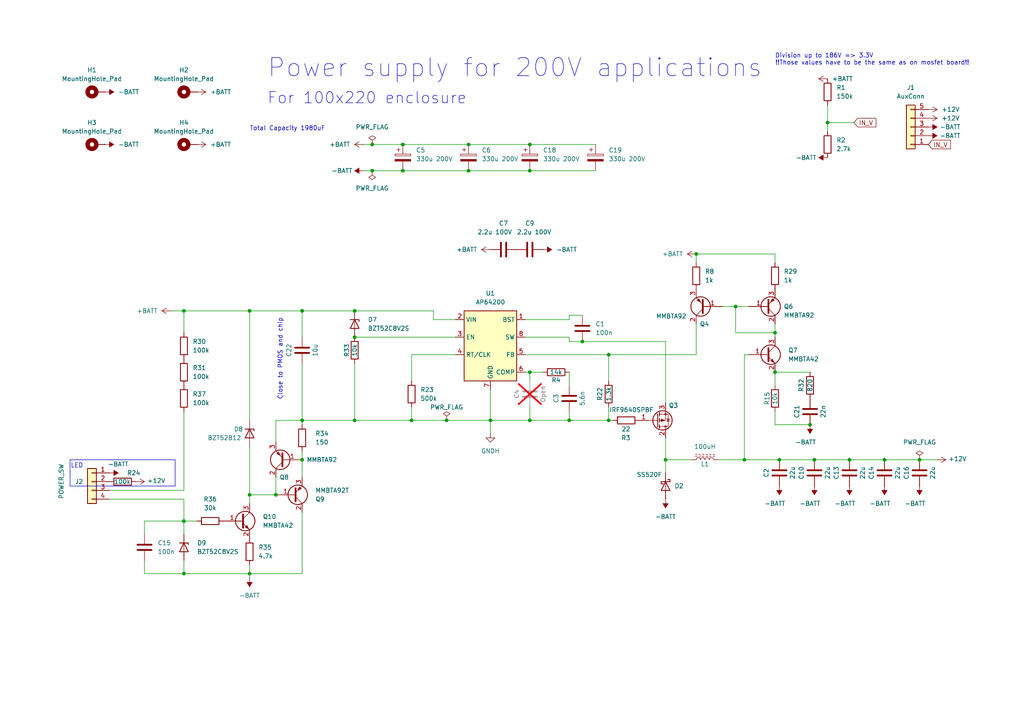
<source format=kicad_sch>
(kicad_sch (version 20231120) (generator "eeschema") (generator_version "8.0")
  (paper "A4")
  (lib_symbols
    (symbol "Connector_Generic:Conn_01x04" (pin_names (offset 1.016) hide)
      (property "Reference" "J" (at 0 5.08 0))
      (property "Value" "Conn_01x04" (at 0 -7.62 0))
      (symbol "Conn_01x04_1_1"
        (rectangle (start -1.27 -4.953) (end 0 -5.207) (stroke (width 0.1524)))
        (rectangle (start -1.27 -2.413) (end 0 -2.667) (stroke (width 0.1524)))
        (rectangle (start -1.27 0.127) (end 0 -0.127) (stroke (width 0.1524)))
        (rectangle (start -1.27 2.667) (end 0 2.413) (stroke (width 0.1524)))
        (rectangle (start -1.27 3.81) (end 1.27 -6.35) (stroke (width 0.254)) (fill (type background)))
        (pin passive line (at -5.08 2.54 0) (length 3.81) (name "Pin_1") (number "1"))
        (pin passive line (at -5.08 0 0) (length 3.81) (name "Pin_2") (number "2"))
        (pin passive line (at -5.08 -2.54 0) (length 3.81) (name "Pin_3") (number "3"))
        (pin passive line (at -5.08 -5.08 0) (length 3.81) (name "Pin_4") (number "4"))
      )
    )
    (symbol "Connector_Generic:Conn_01x05" (pin_names (offset 1.016) hide)
      (property "Reference" "J" (at 0 7.62 0))
      (property "Value" "Conn_01x05" (at 0 -7.62 0))
      (symbol "Conn_01x05_1_1"
        (rectangle (start -1.27 -4.953) (end 0 -5.207) (stroke (width 0.1524)))
        (rectangle (start -1.27 -2.413) (end 0 -2.667) (stroke (width 0.1524)))
        (rectangle (start -1.27 0.127) (end 0 -0.127) (stroke (width 0.1524)))
        (rectangle (start -1.27 2.667) (end 0 2.413) (stroke (width 0.1524)))
        (rectangle (start -1.27 5.207) (end 0 4.953) (stroke (width 0.1524)))
        (rectangle (start -1.27 6.35) (end 1.27 -6.35) (stroke (width 0.254)) (fill (type background)))
        (pin passive line (at -5.08 5.08 0) (length 3.81) (name "Pin_1") (number "1"))
        (pin passive line (at -5.08 2.54 0) (length 3.81) (name "Pin_2") (number "2"))
        (pin passive line (at -5.08 0 0) (length 3.81) (name "Pin_3") (number "3"))
        (pin passive line (at -5.08 -2.54 0) (length 3.81) (name "Pin_4") (number "4"))
        (pin passive line (at -5.08 -5.08 0) (length 3.81) (name "Pin_5") (number "5"))
      )
    )
    (symbol "Device:C" (pin_numbers hide) (pin_names (offset 0.254))
      (property "Reference" "C" (at 0.635 2.54 0))
      (property "Value" "C" (at 0.635 -2.54 0))
      (symbol "C_0_1"
        (polyline (pts (xy -2.032 -0.762) (xy 2.032 -0.762)) (stroke (width 0.508)))
        (polyline (pts (xy -2.032 0.762) (xy 2.032 0.762)) (stroke (width 0.508)))
      )
      (symbol "C_1_1"
        (pin passive line (at 0 3.81 270) (length 2.794) (name "~") (number "1"))
        (pin passive line (at 0 -3.81 90) (length 2.794) (name "~") (number "2"))
      )
    )
    (symbol "Device:C_Polarized" (pin_numbers hide) (pin_names (offset 0.254))
      (property "Reference" "C" (at 0.635 2.54 0))
      (property "Value" "C_Polarized" (at 0.635 -2.54 0))
      (symbol "C_Polarized_0_1"
        (rectangle (start -2.286 0.508) (end 2.286 1.016))
        (polyline (pts (xy -1.778 2.286) (xy -0.762 2.286)))
        (polyline (pts (xy -1.27 2.794) (xy -1.27 1.778)))
        (rectangle (start 2.286 -0.508) (end -2.286 -1.016) (fill (type outline)))
      )
      (symbol "C_Polarized_1_1"
        (pin passive line (at 0 3.81 270) (length 2.794) (name "~") (number "1"))
        (pin passive line (at 0 -3.81 90) (length 2.794) (name "~") (number "2"))
      )
    )
    (symbol "Device:D_Schottky" (pin_numbers hide) (pin_names (offset 1.016) hide)
      (property "Reference" "D" (at 0 2.54 0))
      (property "Value" "D_Schottky" (at 0 -2.54 0))
      (symbol "D_Schottky_0_1"
        (polyline (pts (xy 1.27 0) (xy -1.27 0)))
        (polyline (pts (xy 1.27 1.27) (xy 1.27 -1.27) (xy -1.27 0) (xy 1.27 1.27)) (stroke (width 0.254)))
        (polyline (pts (xy -1.905 0.635) (xy -1.905 1.27) (xy -1.27 1.27) (xy -1.27 -1.27) (xy -0.635 -1.27) (xy -0.635 -0.635)) (stroke (width 0.254)))
      )
      (symbol "D_Schottky_1_1"
        (pin passive line (at -3.81 0 0) (length 2.54) (name "K") (number "1"))
        (pin passive line (at 3.81 0 180) (length 2.54) (name "A") (number "2"))
      )
    )
    (symbol "Device:D_Zener" (pin_numbers hide) (pin_names (offset 1.016) hide)
      (property "Reference" "D" (at 0 2.54 0))
      (property "Value" "D_Zener" (at 0 -2.54 0))
      (symbol "D_Zener_0_1"
        (polyline (pts (xy 1.27 0) (xy -1.27 0)))
        (polyline (pts (xy -1.27 -1.27) (xy -1.27 1.27) (xy -0.762 1.27)) (stroke (width 0.254)))
        (polyline (pts (xy 1.27 -1.27) (xy 1.27 1.27) (xy -1.27 0) (xy 1.27 -1.27)) (stroke (width 0.254)))
      )
      (symbol "D_Zener_1_1"
        (pin passive line (at -3.81 0 0) (length 2.54) (name "K") (number "1"))
        (pin passive line (at 3.81 0 180) (length 2.54) (name "A") (number "2"))
      )
    )
    (symbol "Device:L_Ferrite" (pin_numbers hide) (pin_names (offset 1.016) hide)
      (property "Reference" "L" (at -1.27 0 90))
      (property "Value" "L_Ferrite" (at 2.794 0 90))
      (symbol "L_Ferrite_0_1"
        (arc (start 0 -2.54) (mid 0.6323 -1.905) (end 0 -1.27))
        (arc (start 0 -1.27) (mid 0.6323 -0.635) (end 0 0))
        (polyline (pts (xy 1.016 -2.794) (xy 1.016 -2.286)))
        (polyline (pts (xy 1.016 -1.778) (xy 1.016 -1.27)))
        (polyline (pts (xy 1.016 -0.762) (xy 1.016 -0.254)))
        (polyline (pts (xy 1.016 0.254) (xy 1.016 0.762)))
        (polyline (pts (xy 1.016 1.27) (xy 1.016 1.778)))
        (polyline (pts (xy 1.016 2.286) (xy 1.016 2.794)))
        (polyline (pts (xy 1.524 -2.286) (xy 1.524 -2.794)))
        (polyline (pts (xy 1.524 -1.27) (xy 1.524 -1.778)))
        (polyline (pts (xy 1.524 -0.254) (xy 1.524 -0.762)))
        (polyline (pts (xy 1.524 0.762) (xy 1.524 0.254)))
        (polyline (pts (xy 1.524 1.778) (xy 1.524 1.27)))
        (polyline (pts (xy 1.524 2.794) (xy 1.524 2.286)))
        (arc (start 0 0) (mid 0.6323 0.635) (end 0 1.27))
        (arc (start 0 1.27) (mid 0.6323 1.905) (end 0 2.54))
      )
      (symbol "L_Ferrite_1_1"
        (pin passive line (at 0 3.81 270) (length 1.27) (name "1") (number "1"))
        (pin passive line (at 0 -3.81 90) (length 1.27) (name "2") (number "2"))
      )
    )
    (symbol "Device:Q_PNP_BCE" (pin_names (offset 0) hide)
      (property "Reference" "Q" (at 5.08 1.27 0))
      (property "Value" "Q_PNP_BCE" (at 5.08 -1.27 0))
      (symbol "Q_PNP_BCE_0_1"
        (polyline (pts (xy 0.635 0.635) (xy 2.54 2.54)))
        (polyline (pts (xy 0.635 -0.635) (xy 2.54 -2.54) (xy 2.54 -2.54)))
        (polyline (pts (xy 0.635 1.905) (xy 0.635 -1.905) (xy 0.635 -1.905)) (stroke (width 0.508)))
        (polyline (pts (xy 2.286 -1.778) (xy 1.778 -2.286) (xy 1.27 -1.27) (xy 2.286 -1.778) (xy 2.286 -1.778)) (fill (type outline)))
        (circle (center 1.27 0) (radius 2.8194) (stroke (width 0.254)))
      )
      (symbol "Q_PNP_BCE_1_1"
        (pin input line (at -5.08 0 0) (length 5.715) (name "B") (number "1"))
        (pin passive line (at 2.54 5.08 270) (length 2.54) (name "C") (number "2"))
        (pin passive line (at 2.54 -5.08 90) (length 2.54) (name "E") (number "3"))
      )
    )
    (symbol "Device:R" (pin_numbers hide) (pin_names (offset 0))
      (property "Reference" "R" (at 2.032 0 90))
      (property "Value" "R" (at 0 0 90))
      (symbol "R_0_1"
        (rectangle (start -1.016 -2.54) (end 1.016 2.54) (stroke (width 0.254)))
      )
      (symbol "R_1_1"
        (pin passive line (at 0 3.81 270) (length 1.27) (name "~") (number "1"))
        (pin passive line (at 0 -3.81 90) (length 1.27) (name "~") (number "2"))
      )
    )
    (symbol "Diode:BZT52Bxx" (pin_numbers hide) (pin_names hide)
      (property "Reference" "D" (at 0 2.54 0))
      (property "Value" "BZT52Bxx" (at 0 -2.54 0))
      (symbol "BZT52Bxx_0_1"
        (polyline (pts (xy 1.27 0) (xy -1.27 0)))
        (polyline (pts (xy -1.27 -1.27) (xy -1.27 1.27) (xy -0.762 1.27)) (stroke (width 0.254)))
        (polyline (pts (xy 1.27 -1.27) (xy 1.27 1.27) (xy -1.27 0) (xy 1.27 -1.27)) (stroke (width 0.254)))
      )
      (symbol "BZT52Bxx_1_1"
        (pin passive line (at -3.81 0 0) (length 2.54) (name "K") (number "1"))
        (pin passive line (at 3.81 0 180) (length 2.54) (name "A") (number "2"))
      )
    )
    (symbol "GigaESCSymbols:AP64200"
      (property "Reference" "U" (at -7.62 12.7 0))
      (property "Value" "AP64200" (at 7.62 12.7 0))
      (symbol "AP64200_0_1"
        (rectangle (start -7.62 10.16) (end 7.62 -10.16) (stroke (width 0.254)) (fill (type background)))
      )
      (symbol "AP64200_1_1"
        (pin bidirectional line (at 10.16 7.62 180) (length 2.54) (name "BST") (number "1"))
        (pin bidirectional line (at -10.16 7.62 0) (length 2.54) (name "VIN") (number "2"))
        (pin bidirectional line (at -10.16 2.54 0) (length 2.54) (name "EN") (number "3"))
        (pin bidirectional line (at -10.16 -2.54 0) (length 2.54) (name "RT/CLK") (number "4"))
        (pin bidirectional line (at 10.16 -2.54 180) (length 2.54) (name "FB") (number "5"))
        (pin bidirectional line (at 10.16 -7.62 180) (length 2.54) (name "COMP") (number "6"))
        (pin bidirectional line (at 0 -12.7 90) (length 2.54) (name "GND") (number "7"))
        (pin bidirectional line (at 10.16 2.54 180) (length 2.54) (name "SW") (number "8"))
        (pin bidirectional line (at 0 -12.7 90) (length 2.54) hide (name "PAD") (number "9"))
      )
    )
    (symbol "Mechanical:MountingHole_Pad" (pin_numbers hide) (pin_names (offset 1.016) hide)
      (property "Reference" "H" (at 0 6.35 0))
      (property "Value" "MountingHole_Pad" (at 0 4.445 0))
      (symbol "MountingHole_Pad_0_1"
        (circle (center 0 1.27) (radius 1.27) (stroke (width 1.27)))
      )
      (symbol "MountingHole_Pad_1_1"
        (pin input line (at 0 -2.54 90) (length 2.54) (name "1") (number "1"))
      )
    )
    (symbol "Transistor_BJT:MMBTA42" (pin_names (offset 0) hide)
      (property "Reference" "Q" (at 5.08 1.905 0))
      (property "Value" "MMBTA42" (at 5.08 0 0))
      (symbol "MMBTA42_0_1"
        (polyline (pts (xy 0 0) (xy 0.635 0)))
        (polyline (pts (xy 0.635 0.635) (xy 2.54 2.54)))
        (polyline (pts (xy 0.635 -0.635) (xy 2.54 -2.54) (xy 2.54 -2.54)))
        (polyline (pts (xy 0.635 1.905) (xy 0.635 -1.905) (xy 0.635 -1.905)) (stroke (width 0.508)))
        (polyline (pts (xy 1.27 -1.778) (xy 1.778 -1.27) (xy 2.286 -2.286) (xy 1.27 -1.778) (xy 1.27 -1.778)) (fill (type outline)))
        (circle (center 1.27 0) (radius 2.8194) (stroke (width 0.254)))
      )
      (symbol "MMBTA42_1_1"
        (pin input line (at -5.08 0 0) (length 5.08) (name "B") (number "1"))
        (pin passive line (at 2.54 -5.08 90) (length 2.54) (name "E") (number "2"))
        (pin passive line (at 2.54 5.08 270) (length 2.54) (name "C") (number "3"))
      )
    )
    (symbol "Transistor_FET:SUD50P10-43L" (pin_names hide)
      (property "Reference" "Q" (at 4.953 1.905 0))
      (property "Value" "SUD50P10-43L" (at 4.953 0 0))
      (symbol "SUD50P10-43L_0_1"
        (polyline (pts (xy 0.254 0) (xy -2.54 0)))
        (polyline (pts (xy 0.254 1.905) (xy 0.254 -1.905)) (stroke (width 0.254)))
        (polyline (pts (xy 0.762 -1.27) (xy 0.762 -2.286)) (stroke (width 0.254)))
        (polyline (pts (xy 0.762 0.508) (xy 0.762 -0.508)) (stroke (width 0.254)))
        (polyline (pts (xy 0.762 2.286) (xy 0.762 1.27)) (stroke (width 0.254)))
        (polyline (pts (xy 2.54 2.54) (xy 2.54 1.778)))
        (polyline (pts (xy 2.54 -2.54) (xy 2.54 0) (xy 0.762 0)))
        (polyline (pts (xy 0.762 1.778) (xy 3.302 1.778) (xy 3.302 -1.778) (xy 0.762 -1.778)))
        (polyline (pts (xy 2.286 0) (xy 1.27 0.381) (xy 1.27 -0.381) (xy 2.286 0)) (fill (type outline)))
        (polyline (pts (xy 2.794 -0.508) (xy 2.921 -0.381) (xy 3.683 -0.381) (xy 3.81 -0.254)))
        (polyline (pts (xy 3.302 -0.381) (xy 2.921 0.254) (xy 3.683 0.254) (xy 3.302 -0.381)))
        (circle (center 1.651 0) (radius 2.794) (stroke (width 0.254)))
        (circle (center 2.54 -1.778) (radius 0.254) (fill (type outline)))
        (circle (center 2.54 1.778) (radius 0.254) (fill (type outline)))
      )
      (symbol "SUD50P10-43L_1_1"
        (pin input line (at -5.08 0 0) (length 2.54) (name "G") (number "1"))
        (pin passive line (at 2.54 5.08 270) (length 2.54) (name "D") (number "2"))
        (pin passive line (at 2.54 -5.08 90) (length 2.54) (name "S") (number "3"))
      )
    )
    (symbol "power:+12V" (power) (pin_numbers hide) (pin_names (offset 0) hide)
      (property "Value" "+12V" (at 0 3.556 0))
      (symbol "+12V_0_1"
        (polyline (pts (xy -0.762 1.27) (xy 0 2.54)))
        (polyline (pts (xy 0 0) (xy 0 2.54)))
        (polyline (pts (xy 0 2.54) (xy 0.762 1.27)))
      )
      (symbol "+12V_1_1"
        (pin power_in line (at 0 0 90) (length 0) (name "~") (number "1"))
      )
    )
    (symbol "power:+BATT" (power) (pin_numbers hide) (pin_names (offset 0) hide)
      (property "Value" "+BATT" (at 0 3.556 0))
      (symbol "+BATT_0_1"
        (polyline (pts (xy -0.762 1.27) (xy 0 2.54)))
        (polyline (pts (xy 0 0) (xy 0 2.54)))
        (polyline (pts (xy 0 2.54) (xy 0.762 1.27)))
      )
      (symbol "+BATT_1_1"
        (pin power_in line (at 0 0 90) (length 0) (name "~") (number "1"))
      )
    )
    (symbol "power:-BATT" (power) (pin_numbers hide) (pin_names (offset 0) hide)
      (property "Value" "-BATT" (at 0 3.556 0))
      (symbol "-BATT_0_1"
        (polyline (pts (xy 0 0) (xy 0 2.54)))
        (polyline (pts (xy 0.762 1.27) (xy -0.762 1.27) (xy 0 2.54) (xy 0.762 1.27)) (fill (type outline)))
      )
      (symbol "-BATT_1_1"
        (pin power_in line (at 0 0 90) (length 0) (name "~") (number "1"))
      )
    )
    (symbol "power:GNDA" (power) (pin_numbers hide) (pin_names (offset 0) hide)
      (property "Value" "GNDA" (at 0 -3.81 0))
      (symbol "GNDA_0_1"
        (polyline (pts (xy 0 0) (xy 0 -1.27) (xy 1.27 -1.27) (xy 0 -2.54) (xy -1.27 -1.27) (xy 0 -1.27)))
      )
      (symbol "GNDA_1_1"
        (pin power_in line (at 0 0 270) (length 0) (name "~") (number "1"))
      )
    )
    (symbol "power:PWR_FLAG" (power) (pin_numbers hide) (pin_names (offset 0) hide)
      (property "Value" "PWR_FLAG" (at 0 3.81 0))
      (symbol "PWR_FLAG_0_0"
        (pin power_out line (at 0 0 90) (length 0) (name "~") (number "1"))
      )
      (symbol "PWR_FLAG_0_1"
        (polyline (pts (xy 0 0) (xy 0 1.27) (xy -1.016 1.905) (xy 0 2.54) (xy 1.016 1.905) (xy 0 1.27)))
      )
    )
  )
  (junction (at 246.38 133.35))
  (junction (at 240.03 35.56))
  (junction (at 87.63 90.17))
  (junction (at 53.34 90.17))
  (junction (at 234.95 123.19))
  (junction (at 72.39 166.37))
  (junction (at 102.87 121.92))
  (junction (at 193.04 133.35))
  (junction (at 102.87 90.17))
  (junction (at 116.84 49.53))
  (junction (at 224.79 96.52))
  (junction (at 129.54 121.92))
  (junction (at 107.95 41.91))
  (junction (at 266.7 133.35))
  (junction (at 226.06 133.35))
  (junction (at 176.53 121.92))
  (junction (at 119.38 121.92))
  (junction (at 87.63 133.35))
  (junction (at 116.84 41.91))
  (junction (at 168.91 99.06))
  (junction (at 107.95 49.53))
  (junction (at 256.54 133.35))
  (junction (at 72.39 143.51))
  (junction (at 215.9 133.35))
  (junction (at 176.53 102.87))
  (junction (at 72.39 90.17))
  (junction (at 201.93 73.66))
  (junction (at 102.87 97.79))
  (junction (at 135.89 49.53))
  (junction (at 80.01 143.51))
  (junction (at 165.1 121.92))
  (junction (at 153.67 107.95))
  (junction (at 224.79 107.95))
  (junction (at 213.36 88.9))
  (junction (at 135.89 41.91))
  (junction (at 53.34 151.13))
  (junction (at 236.22 133.35))
  (junction (at 87.63 121.92))
  (junction (at 153.67 41.91))
  (junction (at 153.67 49.53))
  (junction (at 153.67 121.92))
  (junction (at 53.34 166.37))
  (junction (at 142.24 121.92))
  (wire (pts (xy 72.39 143.51) (xy 80.01 143.51)))
  (wire (pts (xy 215.9 102.87) (xy 215.9 133.35)))
  (wire (pts (xy 224.79 107.95) (xy 224.79 111.76)))
  (wire (pts (xy 153.67 49.53) (xy 172.72 49.53)))
  (wire (pts (xy 266.7 133.35) (xy 271.78 133.35)))
  (wire (pts (xy 152.4 102.87) (xy 176.53 102.87)))
  (wire (pts (xy 72.39 146.05) (xy 72.39 143.51)))
  (wire (pts (xy 129.54 121.92) (xy 119.38 121.92)))
  (wire (pts (xy 209.55 88.9) (xy 213.36 88.9)))
  (wire (pts (xy 152.4 107.95) (xy 153.67 107.95)))
  (wire (pts (xy 80.01 128.27) (xy 80.01 121.92)))
  (wire (pts (xy 224.79 96.52) (xy 213.36 96.52)))
  (wire (pts (xy 215.9 133.35) (xy 226.06 133.35)))
  (wire (pts (xy 226.06 133.35) (xy 236.22 133.35)))
  (wire (pts (xy 224.79 107.95) (xy 234.95 107.95)))
  (wire (pts (xy 41.91 166.37) (xy 53.34 166.37)))
  (wire (pts (xy 201.93 73.66) (xy 224.79 73.66)))
  (wire (pts (xy 224.79 119.38) (xy 224.79 123.19)))
  (wire (pts (xy 153.67 41.91) (xy 172.72 41.91)))
  (wire (pts (xy 102.87 121.92) (xy 119.38 121.92)))
  (wire (pts (xy 116.84 41.91) (xy 135.89 41.91)))
  (wire (pts (xy 256.54 133.35) (xy 266.7 133.35)))
  (wire (pts (xy 102.87 121.92) (xy 102.87 105.41)))
  (wire (pts (xy 224.79 96.52) (xy 224.79 97.79)))
  (wire (pts (xy 193.04 99.06) (xy 168.91 99.06)))
  (wire (pts (xy 213.36 96.52) (xy 213.36 88.9)))
  (wire (pts (xy 31.75 142.24) (xy 53.34 142.24)))
  (wire (pts (xy 125.73 90.17) (xy 102.87 90.17)))
  (wire (pts (xy 201.93 102.87) (xy 201.93 93.98)))
  (wire (pts (xy 193.04 133.35) (xy 200.66 133.35)))
  (wire (pts (xy 49.53 90.17) (xy 53.34 90.17)))
  (wire (pts (xy 107.95 49.53) (xy 116.84 49.53)))
  (wire (pts (xy 168.91 99.06) (xy 165.1 99.06)))
  (wire (pts (xy 224.79 93.98) (xy 224.79 96.52)))
  (wire (pts (xy 176.53 118.11) (xy 176.53 121.92)))
  (wire (pts (xy 153.67 121.92) (xy 165.1 121.92)))
  (wire (pts (xy 41.91 162.56) (xy 41.91 166.37)))
  (wire (pts (xy 176.53 102.87) (xy 176.53 110.49)))
  (wire (pts (xy 87.63 166.37) (xy 72.39 166.37)))
  (wire (pts (xy 165.1 99.06) (xy 165.1 97.79)))
  (wire (pts (xy 87.63 97.79) (xy 87.63 90.17)))
  (wire (pts (xy 87.63 148.59) (xy 87.63 166.37)))
  (wire (pts (xy 165.1 91.44) (xy 168.91 91.44)))
  (wire (pts (xy 87.63 121.92) (xy 102.87 121.92)))
  (wire (pts (xy 240.03 30.48) (xy 240.03 35.56)))
  (wire (pts (xy 80.01 138.43) (xy 80.01 143.51)))
  (wire (pts (xy 87.63 130.81) (xy 87.63 133.35)))
  (wire (pts (xy 87.63 123.19) (xy 87.63 121.92)))
  (wire (pts (xy 72.39 166.37) (xy 72.39 163.83)))
  (wire (pts (xy 72.39 90.17) (xy 87.63 90.17)))
  (wire (pts (xy 72.39 167.64) (xy 72.39 166.37)))
  (wire (pts (xy 240.03 35.56) (xy 247.65 35.56)))
  (wire (pts (xy 153.67 107.95) (xy 157.48 107.95)))
  (wire (pts (xy 152.4 92.71) (xy 165.1 92.71)))
  (wire (pts (xy 142.24 113.03) (xy 142.24 121.92)))
  (wire (pts (xy 165.1 107.95) (xy 165.1 111.76)))
  (wire (pts (xy 208.28 133.35) (xy 215.9 133.35)))
  (wire (pts (xy 105.41 49.53) (xy 107.95 49.53)))
  (wire (pts (xy 129.54 121.92) (xy 142.24 121.92)))
  (wire (pts (xy 53.34 90.17) (xy 53.34 96.52)))
  (wire (pts (xy 53.34 166.37) (xy 72.39 166.37)))
  (wire (pts (xy 153.67 118.11) (xy 153.67 121.92)))
  (wire (pts (xy 119.38 121.92) (xy 119.38 118.11)))
  (wire (pts (xy 53.34 90.17) (xy 72.39 90.17)))
  (wire (pts (xy 41.91 151.13) (xy 53.34 151.13)))
  (wire (pts (xy 193.04 116.84) (xy 193.04 99.06)))
  (wire (pts (xy 176.53 121.92) (xy 177.8 121.92)))
  (wire (pts (xy 224.79 123.19) (xy 234.95 123.19)))
  (wire (pts (xy 107.95 41.91) (xy 116.84 41.91)))
  (wire (pts (xy 142.24 121.92) (xy 153.67 121.92)))
  (wire (pts (xy 31.75 144.78) (xy 53.34 144.78)))
  (wire (pts (xy 224.79 73.66) (xy 224.79 76.2)))
  (wire (pts (xy 215.9 102.87) (xy 217.17 102.87)))
  (wire (pts (xy 87.63 133.35) (xy 87.63 138.43)))
  (wire (pts (xy 57.15 151.13) (xy 53.34 151.13)))
  (wire (pts (xy 116.84 49.53) (xy 135.89 49.53)))
  (wire (pts (xy 152.4 97.79) (xy 165.1 97.79)))
  (wire (pts (xy 105.41 41.91) (xy 107.95 41.91)))
  (wire (pts (xy 240.03 35.56) (xy 240.03 38.1)))
  (wire (pts (xy 201.93 73.66) (xy 201.93 76.2)))
  (wire (pts (xy 80.01 121.92) (xy 87.63 121.92)))
  (wire (pts (xy 53.34 119.38) (xy 53.34 142.24)))
  (wire (pts (xy 53.34 151.13) (xy 53.34 154.94)))
  (wire (pts (xy 119.38 102.87) (xy 119.38 110.49)))
  (wire (pts (xy 135.89 49.53) (xy 153.67 49.53)))
  (wire (pts (xy 246.38 133.35) (xy 256.54 133.35)))
  (wire (pts (xy 102.87 97.79) (xy 132.08 97.79)))
  (wire (pts (xy 213.36 88.9) (xy 217.17 88.9)))
  (wire (pts (xy 53.34 162.56) (xy 53.34 166.37)))
  (wire (pts (xy 41.91 154.94) (xy 41.91 151.13)))
  (wire (pts (xy 142.24 121.92) (xy 142.24 125.73)))
  (wire (pts (xy 176.53 102.87) (xy 201.93 102.87)))
  (wire (pts (xy 165.1 119.38) (xy 165.1 121.92)))
  (wire (pts (xy 193.04 133.35) (xy 193.04 127)))
  (wire (pts (xy 125.73 92.71) (xy 132.08 92.71)))
  (wire (pts (xy 135.89 41.91) (xy 153.67 41.91)))
  (wire (pts (xy 236.22 133.35) (xy 246.38 133.35)))
  (wire (pts (xy 153.67 107.95) (xy 153.67 110.49)))
  (wire (pts (xy 72.39 129.54) (xy 72.39 143.51)))
  (wire (pts (xy 125.73 92.71) (xy 125.73 90.17)))
  (wire (pts (xy 53.34 144.78) (xy 53.34 151.13)))
  (wire (pts (xy 87.63 105.41) (xy 87.63 121.92)))
  (wire (pts (xy 165.1 92.71) (xy 165.1 91.44)))
  (wire (pts (xy 87.63 90.17) (xy 102.87 90.17)))
  (wire (pts (xy 119.38 102.87) (xy 132.08 102.87)))
  (wire (pts (xy 165.1 121.92) (xy 176.53 121.92)))
  (wire (pts (xy 72.39 90.17) (xy 72.39 121.92)))
  (wire (pts (xy 193.04 133.35) (xy 193.04 137.16)))
  (rectangle (start 20.32 133.35) (end 50.8 140.97))
  (text "LED" (at 24.13 135.89 0) (effects (font (size 1.27 1.27)) (justify right bottom)))
  (text "Power supply for 200V applications" (at 77.47 22.86 0) (effects (font (size 5.27 5.27)) (justify left bottom)))
  (text "Total Capacity 1980uF" (at 72.39 38.1 0) (effects (font (size 1.27 1.27)) (justify left bottom)))
  (text "Close to PMOS and chip" (at 81.28 104.14 90) (effects (font (size 1.27 1.27))))
  (text "Division up to 186V => 3.3V\n!!Those values have to be the same as on mosfet board!!" (at 224.79 19.05 0) (effects (font (size 1.27 1.27)) (justify left bottom)))
  (text "For 100x220 enclosure" (at 77.47 30.48 0) (effects (font (size 3.27 3.27)) (justify left bottom)))
  (global_label "IN_V" (shape input) (at 247.65 35.56 0) (property "Intersheetrefs" "${INTERSHEET_REFS}" (effects (hide yes))))
  (global_label "IN_V" (shape input) (at 269.24 41.91 0) (property "Intersheetrefs" "${INTERSHEET_REFS}" (effects (hide yes))))
  (symbol (lib_id "Device:R") (at 176.53 114.3 180) (unit 1)
    (property "Reference" "R22" (at 173.99 114.3 90))
    (property "Value" "1.3k" (at 176.53 114.3 90))
    (property "Footprint" "Resistor_SMD:R_0603_1608Metric" (effects (hide yes)))
    (property "MPN" "C22767" (effects (hide yes)))
    (property "Mouser" "603-RC0805FR-0744K2L" (effects (hide yes)))
  )
  (symbol (lib_id "Device:C") (at 153.67 114.3 0) (unit 1) (dnp yes)
    (property "Reference" "C4" (at 149.86 114.3 90))
    (property "Value" "Open" (at 157.48 114.3 90))
    (property "Footprint" "Capacitor_SMD:C_0805_2012Metric" (effects (hide yes)))
    (property "MPN" "C15850" (effects (hide yes)))
  )
  (symbol (lib_id "Diode:BZT52Bxx") (at 72.39 125.73 270) (unit 1)
    (property "Reference" "D8" (at 67.818 124.46 90) (effects (justify left)))
    (property "Value" "BZT52B12" (at 60.198 127 90) (effects (justify left)))
    (property "Footprint" "Diode_SMD:D_SOD-123F" (effects (hide yes)))
    (property "Datasheet" "https://diotec.com/tl_files/diotec/files/pdf/datasheets/bzt52b2v4.pdf" (effects (hide yes)))
    (property "Description" "500mW Zener Diode, SOD-123F" (effects (hide yes)))
    (property "MPN" "C545349" (effects (hide yes)))
  )
  (symbol (lib_id "power:-BATT") (at 30.48 26.67 270) (unit 1)
    (property "Reference" "#PWR06" (effects (hide yes)))
    (property "Value" "-BATT" (at 34.29 26.67 90) (effects (justify left)))
    (property "Description" "Power symbol creates a global label with name \"-BATT\"" (effects (hide yes)))
  )
  (symbol (lib_id "power:+12V") (at 269.24 31.75 270) (unit 1)
    (property "Reference" "#PWR024" (effects (hide yes)))
    (property "Value" "+12V" (at 273.05 31.75 90) (effects (justify left)))
    (property "Description" "Power symbol creates a global label with name \"+12V\"" (effects (hide yes)))
  )
  (symbol (lib_id "Device:R") (at 87.63 127 0) (unit 1)
    (property "Reference" "R34" (at 91.44 125.7299 0) (effects (justify left)))
    (property "Value" "150" (at 91.44 128.2699 0) (effects (justify left)))
    (property "Footprint" "Resistor_SMD:R_0603_1608Metric" (effects (hide yes)))
    (property "MPN" "C22808" (effects (hide yes)))
  )
  (symbol (lib_id "Device:R") (at 224.79 115.57 180) (unit 1)
    (property "Reference" "R15" (at 222.504 115.57 90))
    (property "Value" "10k" (at 224.79 115.57 90))
    (property "Footprint" "Resistor_SMD:R_0603_1608Metric" (effects (hide yes)))
    (property "MPN" "C25804" (effects (hide yes)))
    (property "Mouser" "603-RC0805FR-0744K2L" (effects (hide yes)))
  )
  (symbol (lib_id "power:-BATT") (at 246.38 140.97 180) (unit 1)
    (property "Reference" "#PWR019" (effects (hide yes)))
    (property "Value" "-BATT" (at 245.11 146.05 0))
    (property "Description" "Power symbol creates a global label with name \"-BATT\"" (effects (hide yes)))
  )
  (symbol (lib_id "power:+BATT") (at 240.03 22.86 90) (unit 1)
    (property "Reference" "#PWR04" (effects (hide yes)))
    (property "Value" "+BATT" (at 241.3 22.86 90) (effects (justify right)))
    (property "Description" "Power symbol creates a global label with name \"+BATT\"" (effects (hide yes)))
  )
  (symbol (lib_id "Device:R") (at 224.79 80.01 180) (unit 1)
    (property "Reference" "R29" (at 227.33 78.74 0) (effects (justify right)))
    (property "Value" "1k" (at 227.33 81.28 0) (effects (justify right)))
    (property "Footprint" "Resistor_SMD:R_0603_1608Metric" (effects (hide yes)))
    (property "MPN" "C21190" (effects (hide yes)))
    (property "Mouser" "71-CRCW080520R0FKEAC" (effects (hide yes)))
  )
  (symbol (lib_id "power:+BATT") (at 57.15 26.67 270) (unit 1)
    (property "Reference" "#PWR013" (effects (hide yes)))
    (property "Value" "+BATT" (at 60.96 26.67 90) (effects (justify left)))
    (property "Description" "Power symbol creates a global label with name \"+BATT\"" (effects (hide yes)))
  )
  (symbol (lib_id "Device:Q_PNP_BCE") (at 82.55 133.35 180) (unit 1)
    (property "Reference" "Q8" (at 83.82 138.43 0) (effects (justify left)))
    (property "Value" "MMBTA92" (at 97.79 133.35 0) (effects (justify left)))
    (property "Footprint" "Package_TO_SOT_SMD:SOT-23" (effects (hide yes)))
    (property "MPN" "C916395" (effects (hide yes)))
  )
  (symbol (lib_id "Device:R") (at 234.95 111.76 180) (unit 1)
    (property "Reference" "R32" (at 232.41 111.76 90))
    (property "Value" "820" (at 234.95 111.76 90))
    (property "Footprint" "Resistor_SMD:R_0603_1608Metric" (effects (hide yes)))
    (property "MPN" "C23253" (effects (hide yes)))
    (property "Mouser" "603-RC0805FR-0744K2L" (effects (hide yes)))
  )
  (symbol (lib_id "power:PWR_FLAG") (at 107.95 49.53 180) (unit 1)
    (property "Reference" "#FLG05" (effects (hide yes)))
    (property "Value" "PWR_FLAG" (at 107.95 54.61 0))
    (property "Description" "Special symbol for telling ERC where power comes from" (effects (hide yes)))
  )
  (symbol (lib_id "Device:D_Schottky") (at 193.04 140.97 270) (unit 1)
    (property "Reference" "D2" (at 195.58 140.97 90) (effects (justify left)))
    (property "Value" "SS520F" (at 184.658 137.668 90) (effects (justify left)))
    (property "Footprint" "Diode_SMD:D_SMA" (effects (hide yes)))
    (property "MPN" "C2903946" (effects (hide yes)))
  )
  (symbol (lib_id "power:+12V") (at 269.24 34.29 270) (unit 1)
    (property "Reference" "#PWR08" (effects (hide yes)))
    (property "Value" "+12V" (at 273.05 34.29 90) (effects (justify left)))
    (property "Description" "Power symbol creates a global label with name \"+12V\"" (effects (hide yes)))
  )
  (symbol (lib_id "power:PWR_FLAG") (at 107.95 41.91 0) (unit 1)
    (property "Reference" "#FLG04" (effects (hide yes)))
    (property "Value" "PWR_FLAG" (at 107.95 36.83 0))
    (property "Description" "Special symbol for telling ERC where power comes from" (effects (hide yes)))
  )
  (symbol (lib_id "power:-BATT") (at 105.41 49.53 90) (unit 1)
    (property "Reference" "#PWR012" (effects (hide yes)))
    (property "Value" "-BATT" (at 102.235 49.53 90) (effects (justify left)))
    (property "Description" "Power symbol creates a global label with name \"-BATT\"" (effects (hide yes)))
  )
  (symbol (lib_id "Connector_Generic:Conn_01x04") (at 26.67 139.7 0) (mirror y) (unit 1)
    (property "Reference" "J2" (at 24.13 139.7 0) (effects (justify left)))
    (property "Value" "POWER_SW" (at 17.78 144.78 90) (effects (justify left)))
    (property "Footprint" "Connector_JST:JST_PH_B4B-PH-K_1x04_P2.00mm_Vertical" (effects (hide yes)))
    (property "MPN" "C131334" (effects (hide yes)))
    (property "JLCRotOffset" "180" (effects (hide yes)))
    (property "JLCPosOffset" "-3,0" (effects (hide yes)))
  )
  (symbol (lib_id "power:PWR_FLAG") (at 266.7 133.35 0) (unit 1)
    (property "Reference" "#FLG01" (effects (hide yes)))
    (property "Value" "PWR_FLAG" (at 266.7 128.27 0))
    (property "Description" "Special symbol for telling ERC where power comes from" (effects (hide yes)))
  )
  (symbol (lib_id "Device:R") (at 201.93 80.01 180) (unit 1)
    (property "Reference" "R8" (at 204.47 78.74 0) (effects (justify right)))
    (property "Value" "1k" (at 204.47 81.28 0) (effects (justify right)))
    (property "Footprint" "Resistor_SMD:R_0603_1608Metric" (effects (hide yes)))
    (property "MPN" "C21190" (effects (hide yes)))
    (property "Mouser" "71-CRCW080520R0FKEAC" (effects (hide yes)))
  )
  (symbol (lib_id "power:-BATT") (at 234.95 123.19 180) (unit 1)
    (property "Reference" "#PWR045" (effects (hide yes)))
    (property "Value" "-BATT" (at 233.68 128.27 0))
    (property "Description" "Power symbol creates a global label with name \"-BATT\"" (effects (hide yes)))
  )
  (symbol (lib_id "power:-BATT") (at 193.04 144.78 180) (unit 1)
    (property "Reference" "#PWR041" (effects (hide yes)))
    (property "Value" "-BATT" (at 193.04 149.86 0))
    (property "Description" "Power symbol creates a global label with name \"-BATT\"" (effects (hide yes)))
  )
  (symbol (lib_id "Device:C") (at 165.1 115.57 0) (unit 1)
    (property "Reference" "C3" (at 161.29 115.57 90))
    (property "Value" "5.6n" (at 168.91 115.57 90))
    (property "Footprint" "Capacitor_SMD:C_0805_2012Metric" (effects (hide yes)))
    (property "MPN" "C15850" (effects (hide yes)))
  )
  (symbol (lib_id "power:PWR_FLAG") (at 129.54 121.92 0) (unit 1)
    (property "Reference" "#FLG02" (effects (hide yes)))
    (property "Value" "PWR_FLAG" (at 129.54 118.11 0))
    (property "Description" "Special symbol for telling ERC where power comes from" (effects (hide yes)))
  )
  (symbol (lib_id "Device:L_Ferrite") (at 204.47 133.35 90) (unit 1)
    (property "Reference" "L1" (at 204.47 134.62 90))
    (property "Value" "100uH" (at 204.47 129.54 90))
    (property "Footprint" "Inductor_SMD:L_Chilisin_BMRG00131360" (effects (hide yes)))
    (property "MPN" "C408533" (effects (hide yes)))
  )
  (symbol (lib_id "Device:C") (at 226.06 137.16 0) (unit 1)
    (property "Reference" "C2" (at 222.25 137.16 90))
    (property "Value" "22u" (at 229.87 137.16 90))
    (property "Footprint" "Capacitor_SMD:C_1206_3216Metric" (effects (hide yes)))
    (property "MPN" "C12891" (effects (hide yes)))
  )
  (symbol (lib_id "Device:R") (at 181.61 121.92 270) (unit 1)
    (property "Reference" "R3" (at 182.88 127 90) (effects (justify right)))
    (property "Value" "22" (at 182.88 124.46 90) (effects (justify right)))
    (property "Footprint" "Resistor_SMD:R_0603_1608Metric" (effects (hide yes)))
    (property "MPN" "C23345" (effects (hide yes)))
    (property "Mouser" "71-CRCW080520R0FKEAC" (effects (hide yes)))
  )
  (symbol (lib_id "Device:C") (at 87.63 101.6 0) (unit 1)
    (property "Reference" "C22" (at 83.82 101.6 90))
    (property "Value" "10u" (at 91.44 101.6 90))
    (property "Footprint" "Capacitor_SMD:C_0805_2012Metric" (effects (hide yes)))
    (property "MPN" "C15850" (effects (hide yes)))
  )
  (symbol (lib_id "power:+BATT") (at 142.24 72.39 90) (unit 1)
    (property "Reference" "#PWR01" (effects (hide yes)))
    (property "Value" "+BATT" (at 138.43 72.39 90) (effects (justify left)))
    (property "Description" "Power symbol creates a global label with name \"+BATT\"" (effects (hide yes)))
  )
  (symbol (lib_id "power:-BATT") (at 72.39 167.64 180) (unit 1)
    (property "Reference" "#PWR046" (effects (hide yes)))
    (property "Value" "-BATT" (at 72.39 172.72 0))
    (property "Description" "Power symbol creates a global label with name \"-BATT\"" (effects (hide yes)))
  )
  (symbol (lib_id "Device:C_Polarized") (at 172.72 45.72 0) (unit 1)
    (property "Reference" "C19" (at 176.53 43.561 0) (effects (justify left)))
    (property "Value" "330u 200V" (at 176.53 46.101 0) (effects (justify left)))
    (property "Footprint" "Capacitor_THT:CP_Radial_D18.0mm_P7.50mm" (effects (hide yes)))
    (property "Mouser" "661-EKMR201VS222MR50" (effects (hide yes)))
    (property "MPN" "C697601" (effects (hide yes)))
  )
  (symbol (lib_id "Device:C_Polarized") (at 135.89 45.72 0) (unit 1)
    (property "Reference" "C6" (at 139.7 43.561 0) (effects (justify left)))
    (property "Value" "330u 200V" (at 139.7 46.101 0) (effects (justify left)))
    (property "Footprint" "Capacitor_THT:CP_Radial_D18.0mm_P7.50mm" (effects (hide yes)))
    (property "Mouser" "661-EKMR201VS222MR50" (effects (hide yes)))
    (property "MPN" "C697601" (effects (hide yes)))
  )
  (symbol (lib_id "power:-BATT") (at 236.22 140.97 180) (unit 1)
    (property "Reference" "#PWR018" (effects (hide yes)))
    (property "Value" "-BATT" (at 234.95 146.05 0))
    (property "Description" "Power symbol creates a global label with name \"-BATT\"" (effects (hide yes)))
  )
  (symbol (lib_id "Device:C") (at 168.91 95.25 180) (unit 1)
    (property "Reference" "C1" (at 172.72 93.9799 0) (effects (justify right)))
    (property "Value" "100n" (at 172.72 96.5199 0) (effects (justify right)))
    (property "Footprint" "Capacitor_SMD:C_0603_1608Metric" (effects (hide yes)))
    (property "MPN" "C14663" (effects (hide yes)))
    (property "Mouser" "581-08055C104KAT4A" (effects (hide yes)))
  )
  (symbol (lib_id "Mechanical:MountingHole_Pad") (at 27.94 26.67 90) (unit 1) (in_bom no)
    (property "Reference" "H1" (at 26.67 20.32 90))
    (property "Value" "MountingHole_Pad" (at 26.67 22.86 90))
    (property "Footprint" "MountingHole:MountingHole_5.3mm_M5_Pad_Via" (effects (hide yes)))
  )
  (symbol (lib_id "Device:C") (at 246.38 137.16 0) (unit 1)
    (property "Reference" "C13" (at 242.57 137.16 90))
    (property "Value" "22u" (at 250.19 137.16 90))
    (property "Footprint" "Capacitor_SMD:C_1206_3216Metric" (effects (hide yes)))
    (property "MPN" "C12891" (effects (hide yes)))
  )
  (symbol (lib_id "power:+12V") (at 271.78 133.35 270) (unit 1)
    (property "Reference" "#PWR014" (effects (hide yes)))
    (property "Value" "+12V" (at 275.082 133.096 90) (effects (justify left)))
    (property "Description" "Power symbol creates a global label with name \"+12V\"" (effects (hide yes)))
  )
  (symbol (lib_id "power:+BATT") (at 201.93 73.66 90) (unit 1)
    (property "Reference" "#PWR048" (effects (hide yes)))
    (property "Value" "+BATT" (at 198.12 73.66 90) (effects (justify left)))
    (property "Description" "Power symbol creates a global label with name \"+BATT\"" (effects (hide yes)))
  )
  (symbol (lib_id "power:-BATT") (at 30.48 41.91 270) (unit 1)
    (property "Reference" "#PWR027" (effects (hide yes)))
    (property "Value" "-BATT" (at 34.29 41.91 90) (effects (justify left)))
    (property "Description" "Power symbol creates a global label with name \"-BATT\"" (effects (hide yes)))
  )
  (symbol (lib_id "Device:C") (at 234.95 119.38 0) (unit 1)
    (property "Reference" "C21" (at 231.14 119.38 90))
    (property "Value" "22n" (at 238.76 119.38 90))
    (property "Footprint" "GigaVescLibs:C_0603_1608Metric_L" (effects (hide yes)))
    (property "MPN" "C21122" (effects (hide yes)))
  )
  (symbol (lib_id "Device:C") (at 256.54 137.16 0) (unit 1)
    (property "Reference" "C14" (at 252.73 137.16 90))
    (property "Value" "22u" (at 260.35 137.16 90))
    (property "Footprint" "Capacitor_SMD:C_1206_3216Metric" (effects (hide yes)))
    (property "MPN" "C12891" (effects (hide yes)))
  )
  (symbol (lib_id "power:+BATT") (at 49.53 90.17 90) (unit 1)
    (property "Reference" "#PWR039" (effects (hide yes)))
    (property "Value" "+BATT" (at 45.72 90.17 90) (effects (justify left)))
    (property "Description" "Power symbol creates a global label with name \"+BATT\"" (effects (hide yes)))
  )
  (symbol (lib_id "power:-BATT") (at 256.54 140.97 180) (unit 1)
    (property "Reference" "#PWR032" (effects (hide yes)))
    (property "Value" "-BATT" (at 255.27 146.05 0))
    (property "Description" "Power symbol creates a global label with name \"-BATT\"" (effects (hide yes)))
  )
  (symbol (lib_id "Device:R") (at 60.96 151.13 90) (unit 1)
    (property "Reference" "R36" (at 60.96 144.78 90))
    (property "Value" "30k" (at 60.96 147.32 90))
    (property "Footprint" "Resistor_SMD:R_0603_1608Metric" (effects (hide yes)))
    (property "MPN" "C22984" (effects (hide yes)))
  )
  (symbol (lib_id "Mechanical:MountingHole_Pad") (at 54.61 41.91 90) (unit 1) (in_bom no)
    (property "Reference" "H4" (at 53.34 35.56 90))
    (property "Value" "MountingHole_Pad" (at 53.34 38.1 90))
    (property "Footprint" "MountingHole:MountingHole_5.3mm_M5_Pad_Via" (effects (hide yes)))
  )
  (symbol (lib_id "Device:C") (at 266.7 137.16 0) (unit 1)
    (property "Reference" "C16" (at 262.89 137.16 90))
    (property "Value" "22u" (at 270.51 137.16 90))
    (property "Footprint" "Capacitor_SMD:C_1206_3216Metric" (effects (hide yes)))
    (property "MPN" "C12891" (effects (hide yes)))
  )
  (symbol (lib_id "power:-BATT") (at 266.7 140.97 180) (unit 1)
    (property "Reference" "#PWR033" (effects (hide yes)))
    (property "Value" "-BATT" (at 265.43 146.05 0))
    (property "Description" "Power symbol creates a global label with name \"-BATT\"" (effects (hide yes)))
  )
  (symbol (lib_id "Transistor_BJT:MMBTA42") (at 222.25 102.87 0) (unit 1)
    (property "Reference" "Q7" (at 228.6 101.5999 0) (effects (justify left)))
    (property "Value" "MMBTA42" (at 228.6 104.1399 0) (effects (justify left)))
    (property "Footprint" "Package_TO_SOT_SMD:SOT-23" (effects (hide yes)))
    (property "Datasheet" "https://www.onsemi.com/pub/Collateral/MMBTA42LT1-D.PDF" (effects (hide yes)))
    (property "Description" "0.5A Ic, 300V Vce, NPN High Voltage Transistor, SOT-23" (effects (hide yes)))
    (property "MPN" "C916394" (effects (hide yes)))
  )
  (symbol (lib_id "Device:R") (at 240.03 26.67 0) (unit 1)
    (property "Reference" "R1" (at 242.57 25.4 0) (effects (justify left)))
    (property "Value" "150k" (at 242.57 27.94 0) (effects (justify left)))
    (property "Footprint" "Resistor_SMD:R_0603_1608Metric" (effects (hide yes)))
    (property "MPN" "C22807" (effects (hide yes)))
    (property "Mouser" "603-RC0805FR-07100KL" (effects (hide yes)))
  )
  (symbol (lib_id "power:GNDA") (at 142.24 125.73 0) (unit 1)
    (property "Reference" "#PWR034" (effects (hide yes)))
    (property "Value" "GNDH" (at 142.24 130.81 0))
    (property "Description" "Power symbol creates a global label with name \"GNDA\" , analog ground" (effects (hide yes)))
  )
  (symbol (lib_id "power:-BATT") (at 31.75 137.16 270) (mirror x) (unit 1)
    (property "Reference" "#PWR037" (effects (hide yes)))
    (property "Value" "-BATT" (at 34.29 134.62 90))
    (property "Description" "Power symbol creates a global label with name \"-BATT\"" (effects (hide yes)))
  )
  (symbol (lib_id "Device:R") (at 240.03 41.91 0) (unit 1)
    (property "Reference" "R2" (at 242.57 40.64 0) (effects (justify left)))
    (property "Value" "2.7k" (at 242.57 43.18 0) (effects (justify left)))
    (property "Footprint" "Resistor_SMD:R_0603_1608Metric" (effects (hide yes)))
    (property "MPN" "C13167" (effects (hide yes)))
    (property "Mouser" "71-CRCW0805-1.8K-E3" (effects (hide yes)))
  )
  (symbol (lib_id "Mechanical:MountingHole_Pad") (at 27.94 41.91 90) (unit 1) (in_bom no)
    (property "Reference" "H3" (at 26.67 35.56 90))
    (property "Value" "MountingHole_Pad" (at 26.67 38.1 90))
    (property "Footprint" "MountingHole:MountingHole_5.3mm_M5_Pad_Via" (effects (hide yes)))
  )
  (symbol (lib_id "Device:C") (at 153.67 72.39 90) (unit 1)
    (property "Reference" "C9" (at 153.67 64.77 90))
    (property "Value" "2.2u 100V" (at 154.94 67.31 90))
    (property "Footprint" "Capacitor_SMD:C_1206_3216Metric" (effects (hide yes)))
    (property "MPN" "C920964" (effects (hide yes)))
  )
  (symbol (lib_id "Device:R") (at 161.29 107.95 270) (unit 1)
    (property "Reference" "R4" (at 161.29 110.236 90))
    (property "Value" "14k" (at 161.29 107.95 90))
    (property "Footprint" "Resistor_SMD:R_0603_1608Metric" (effects (hide yes)))
    (property "MPN" "C25804" (effects (hide yes)))
    (property "Mouser" "603-RC0805FR-0744K2L" (effects (hide yes)))
  )
  (symbol (lib_id "Device:R") (at 102.87 101.6 180) (unit 1)
    (property "Reference" "R33" (at 100.584 101.6 90))
    (property "Value" "10k" (at 102.87 101.6 90))
    (property "Footprint" "Resistor_SMD:R_0603_1608Metric" (effects (hide yes)))
    (property "MPN" "C25804" (effects (hide yes)))
    (property "Mouser" "603-RC0805FR-0744K2L" (effects (hide yes)))
  )
  (symbol (lib_id "Device:Q_PNP_BCE") (at 85.09 143.51 0) (mirror x) (unit 1)
    (property "Reference" "Q9" (at 91.44 144.7801 0) (effects (justify left)))
    (property "Value" "MMBTA92T" (at 91.44 142.2401 0) (effects (justify left)))
    (property "Footprint" "Package_TO_SOT_SMD:SOT-89-3" (effects (hide yes)))
    (property "Description" "PNP transistor, base/collector/emitter" (effects (hide yes)))
    (property "MPN" "C305467" (effects (hide yes)))
  )
  (symbol (lib_id "Transistor_FET:SUD50P10-43L") (at 190.5 121.92 0) (mirror x) (unit 1)
    (property "Reference" "Q3" (at 195.326 117.602 0))
    (property "Value" "IRF9640SPBF" (at 183.134 118.872 0))
    (property "Footprint" "Package_TO_SOT_SMD:TO-263-2" (effects (hide yes)))
    (property "Datasheet" "https://www.vishay.com/docs/62504/sud50p10-43l-ge3.pdf" (effects (hide yes)))
    (property "Description" "-37A Id, -100V Vds, TrenchFET P-Channel Power MOSFET, 43mOhm Ron, 160nC Qg, -55 to 150 °C, TO-252-2" (effects (hide yes)))
    (property "MPN" "C540971" (effects (hide yes)))
    (property "JLCPosOffset" "-2,0" (effects (hide yes)))
  )
  (symbol (lib_id "Device:Q_PNP_BCE") (at 204.47 88.9 180) (unit 1)
    (property "Reference" "Q4" (at 205.74 93.98 0) (effects (justify left)))
    (property "Value" "MMBTA92" (at 199.136 91.694 0) (effects (justify left)))
    (property "Footprint" "Package_TO_SOT_SMD:SOT-23" (effects (hide yes)))
    (property "MPN" "C916395" (effects (hide yes)))
  )
  (symbol (lib_id "Device:C") (at 41.91 158.75 180) (unit 1)
    (property "Reference" "C15" (at 45.72 157.4799 0) (effects (justify right)))
    (property "Value" "100n" (at 45.72 160.0199 0) (effects (justify right)))
    (property "Footprint" "Capacitor_SMD:C_0603_1608Metric" (effects (hide yes)))
    (property "MPN" "C14663" (effects (hide yes)))
    (property "Mouser" "581-08055C104KAT4A" (effects (hide yes)))
  )
  (symbol (lib_id "Mechanical:MountingHole_Pad") (at 54.61 26.67 90) (unit 1) (in_bom no)
    (property "Reference" "H2" (at 53.34 20.32 90))
    (property "Value" "MountingHole_Pad" (at 53.34 22.86 90))
    (property "Footprint" "MountingHole:MountingHole_5.3mm_M5_Pad_Via" (effects (hide yes)))
  )
  (symbol (lib_id "Device:R") (at 35.56 139.7 90) (mirror x) (unit 1)
    (property "Reference" "R24" (at 36.83 137.16 90) (effects (justify right)))
    (property "Value" "100k" (at 33.02 139.7 90) (effects (justify right)))
    (property "Footprint" "Resistor_SMD:R_0603_1608Metric" (effects (hide yes)))
    (property "MPN" "C25803" (effects (hide yes)))
    (property "Mouser" "603-AC0805JR-0710KL" (effects (hide yes)))
  )
  (symbol (lib_id "Device:R") (at 53.34 115.57 0) (unit 1)
    (property "Reference" "R37" (at 55.88 114.3 0) (effects (justify left)))
    (property "Value" "100k" (at 55.88 116.84 0) (effects (justify left)))
    (property "Footprint" "Resistor_SMD:R_0603_1608Metric" (effects (hide yes)))
    (property "MPN" "C25803" (effects (hide yes)))
  )
  (symbol (lib_id "power:-BATT") (at 157.48 72.39 270) (unit 1)
    (property "Reference" "#PWR035" (effects (hide yes)))
    (property "Value" "-BATT" (at 161.29 72.39 90) (effects (justify left)))
    (property "Description" "Power symbol creates a global label with name \"-BATT\"" (effects (hide yes)))
  )
  (symbol (lib_id "Device:C") (at 146.05 72.39 90) (unit 1)
    (property "Reference" "C7" (at 146.05 64.77 90))
    (property "Value" "2.2u 100V" (at 143.51 67.31 90))
    (property "Footprint" "Capacitor_SMD:C_1206_3216Metric" (effects (hide yes)))
    (property "MPN" "C920964" (effects (hide yes)))
  )
  (symbol (lib_id "power:-BATT") (at 240.03 45.72 90) (unit 1)
    (property "Reference" "#PWR07" (effects (hide yes)))
    (property "Value" "-BATT" (at 236.855 45.72 90) (effects (justify left)))
    (property "Description" "Power symbol creates a global label with name \"-BATT\"" (effects (hide yes)))
  )
  (symbol (lib_id "Device:C_Polarized") (at 116.84 45.72 0) (unit 1)
    (property "Reference" "C5" (at 120.65 43.561 0) (effects (justify left)))
    (property "Value" "330u 200V" (at 120.65 46.101 0) (effects (justify left)))
    (property "Footprint" "Capacitor_THT:CP_Radial_D18.0mm_P7.50mm" (effects (hide yes)))
    (property "MPN" "C697601" (effects (hide yes)))
    (property "Mouser" "661-EKMR201VS222MR50" (effects (hide yes)))
  )
  (symbol (lib_id "Transistor_BJT:MMBTA42") (at 69.85 151.13 0) (unit 1)
    (property "Reference" "Q10" (at 76.2 149.8599 0) (effects (justify left)))
    (property "Value" "MMBTA42" (at 76.2 152.3999 0) (effects (justify left)))
    (property "Footprint" "Package_TO_SOT_SMD:SOT-23" (effects (hide yes)))
    (property "Datasheet" "https://www.onsemi.com/pub/Collateral/MMBTA42LT1-D.PDF" (effects (hide yes)))
    (property "Description" "0.5A Ic, 300V Vce, NPN High Voltage Transistor, SOT-23" (effects (hide yes)))
    (property "MPN" "C916394" (effects (hide yes)))
  )
  (symbol (lib_id "Device:D_Zener") (at 53.34 158.75 270) (unit 1)
    (property "Reference" "D9" (at 57.15 157.4799 90) (effects (justify left)))
    (property "Value" "BZT52C8V2S" (at 57.15 160.0199 90) (effects (justify left)))
    (property "Footprint" "Diode_SMD:D_SOD-323_HandSoldering" (effects (hide yes)))
    (property "Description" "Zener diode" (effects (hide yes)))
    (property "MPN" "C2932770" (effects (hide yes)))
  )
  (symbol (lib_id "Connector_Generic:Conn_01x05") (at 264.16 36.83 180) (unit 1)
    (property "Reference" "J1" (at 264.16 25.4 0))
    (property "Value" "AuxConn" (at 264.16 27.94 0))
    (property "Footprint" "Connector_JST:JST_PH_B5B-PH-K_1x05_P2.00mm_Vertical" (effects (hide yes)))
    (property "MPN" "C157993" (effects (hide yes)))
    (property "JLCPosOffset" "-4,0" (effects (hide yes)))
    (property "JLCRotOffset" "180" (effects (hide yes)))
  )
  (symbol (lib_id "Device:R") (at 72.39 160.02 0) (unit 1)
    (property "Reference" "R35" (at 74.93 158.75 0) (effects (justify left)))
    (property "Value" "4.7k" (at 74.93 161.29 0) (effects (justify left)))
    (property "Footprint" "Resistor_SMD:R_0603_1608Metric" (effects (hide yes)))
    (property "MPN" "C23162" (effects (hide yes)))
  )
  (symbol (lib_id "power:-BATT") (at 226.06 140.97 180) (unit 1)
    (property "Reference" "#PWR016" (effects (hide yes)))
    (property "Value" "-BATT" (at 224.79 146.05 0))
    (property "Description" "Power symbol creates a global label with name \"-BATT\"" (effects (hide yes)))
  )
  (symbol (lib_id "Device:C") (at 236.22 137.16 0) (unit 1)
    (property "Reference" "C10" (at 232.41 137.16 90))
    (property "Value" "22u" (at 240.03 137.16 90))
    (property "Footprint" "Capacitor_SMD:C_1206_3216Metric" (effects (hide yes)))
    (property "MPN" "C12891" (effects (hide yes)))
  )
  (symbol (lib_id "power:+BATT") (at 57.15 41.91 270) (unit 1)
    (property "Reference" "#PWR028" (effects (hide yes)))
    (property "Value" "+BATT" (at 60.96 41.91 90) (effects (justify left)))
    (property "Description" "Power symbol creates a global label with name \"+BATT\"" (effects (hide yes)))
  )
  (symbol (lib_id "GigaESCSymbols:AP64200") (at 142.24 100.33 0) (unit 1)
    (property "Reference" "U1" (at 142.24 85.09 0))
    (property "Value" "AP64200" (at 142.24 87.63 0))
    (property "Footprint" "Package_SO:SOIC-8-1EP_3.9x4.9mm_P1.27mm_EP2.62x3.51mm" (effects (hide yes)))
    (property "Datasheet" "https://www.lcsc.com/datasheet/lcsc_datasheet_2308101633_Diodes-Incorporated-AP64200SP-13_C3192345.pdf" (effects (hide yes)))
    (property "MPN" "C3192345" (effects (hide yes)))
  )
  (symbol (lib_id "Device:C_Polarized") (at 153.67 45.72 0) (unit 1)
    (property "Reference" "C18" (at 157.48 43.561 0) (effects (justify left)))
    (property "Value" "330u 200V" (at 157.48 46.101 0) (effects (justify left)))
    (property "Footprint" "Capacitor_THT:CP_Radial_D18.0mm_P7.50mm" (effects (hide yes)))
    (property "MPN" "C697601" (effects (hide yes)))
    (property "Mouser" "661-EKMR201VS222MR50" (effects (hide yes)))
  )
  (symbol (lib_id "power:-BATT") (at 269.24 36.83 270) (unit 1)
    (property "Reference" "#PWR011" (effects (hide yes)))
    (property "Value" "-BATT" (at 275.59 36.83 90))
    (property "Description" "Power symbol creates a global label with name \"-BATT\"" (effects (hide yes)))
  )
  (symbol (lib_id "Device:Q_PNP_BCE") (at 222.25 88.9 0) (mirror x) (unit 1)
    (property "Reference" "Q6" (at 227.33 88.9 0) (effects (justify left)))
    (property "Value" "MMBTA92" (at 227.33 91.44 0) (effects (justify left)))
    (property "Footprint" "Package_TO_SOT_SMD:SOT-23" (effects (hide yes)))
    (property "MPN" "C916395" (effects (hide yes)))
  )
  (symbol (lib_id "power:+12V") (at 39.37 139.7 270) (unit 1)
    (property "Reference" "#PWR017" (effects (hide yes)))
    (property "Value" "+12V" (at 42.672 139.446 90) (effects (justify left)))
    (property "Description" "Power symbol creates a global label with name \"+12V\"" (effects (hide yes)))
  )
  (symbol (lib_id "Device:R") (at 53.34 100.33 0) (unit 1)
    (property "Reference" "R30" (at 55.88 99.06 0) (effects (justify left)))
    (property "Value" "100k" (at 55.88 101.6 0) (effects (justify left)))
    (property "Footprint" "Resistor_SMD:R_0603_1608Metric" (effects (hide yes)))
    (property "MPN" "C25803" (effects (hide yes)))
  )
  (symbol (lib_id "Device:R") (at 119.38 114.3 0) (unit 1)
    (property "Reference" "R23" (at 121.92 113.0299 0) (effects (justify left)))
    (property "Value" "500k" (at 121.92 115.5699 0) (effects (justify left)))
    (property "Footprint" "Resistor_SMD:R_0603_1608Metric" (effects (hide yes)))
    (property "MPN" "C22961" (effects (hide yes)))
  )
  (symbol (lib_id "power:+BATT") (at 105.41 41.91 90) (unit 1)
    (property "Reference" "#PWR03" (effects (hide yes)))
    (property "Value" "+BATT" (at 101.6 41.91 90) (effects (justify left)))
    (property "Description" "Power symbol creates a global label with name \"+BATT\"" (effects (hide yes)))
  )
  (symbol (lib_id "Device:D_Zener") (at 102.87 93.98 270) (unit 1)
    (property "Reference" "D7" (at 106.68 92.7099 90) (effects (justify left)))
    (property "Value" "BZT52C8V2S" (at 106.68 95.2499 90) (effects (justify left)))
    (property "Footprint" "Diode_SMD:D_SOD-323_HandSoldering" (effects (hide yes)))
    (property "Description" "Zener diode" (effects (hide yes)))
    (property "MPN" "C2932770" (effects (hide yes)))
  )
  (symbol (lib_id "power:-BATT") (at 269.24 39.37 270) (unit 1)
    (property "Reference" "#PWR010" (effects (hide yes)))
    (property "Value" "-BATT" (at 275.59 39.37 90))
    (property "Description" "Power symbol creates a global label with name \"-BATT\"" (effects (hide yes)))
  )
  (symbol (lib_id "Device:R") (at 53.34 107.95 0) (unit 1)
    (property "Reference" "R31" (at 55.88 106.68 0) (effects (justify left)))
    (property "Value" "100k" (at 55.88 109.22 0) (effects (justify left)))
    (property "Footprint" "Resistor_SMD:R_0603_1608Metric" (effects (hide yes)))
    (property "MPN" "C25803" (effects (hide yes)))
  )
)
</source>
